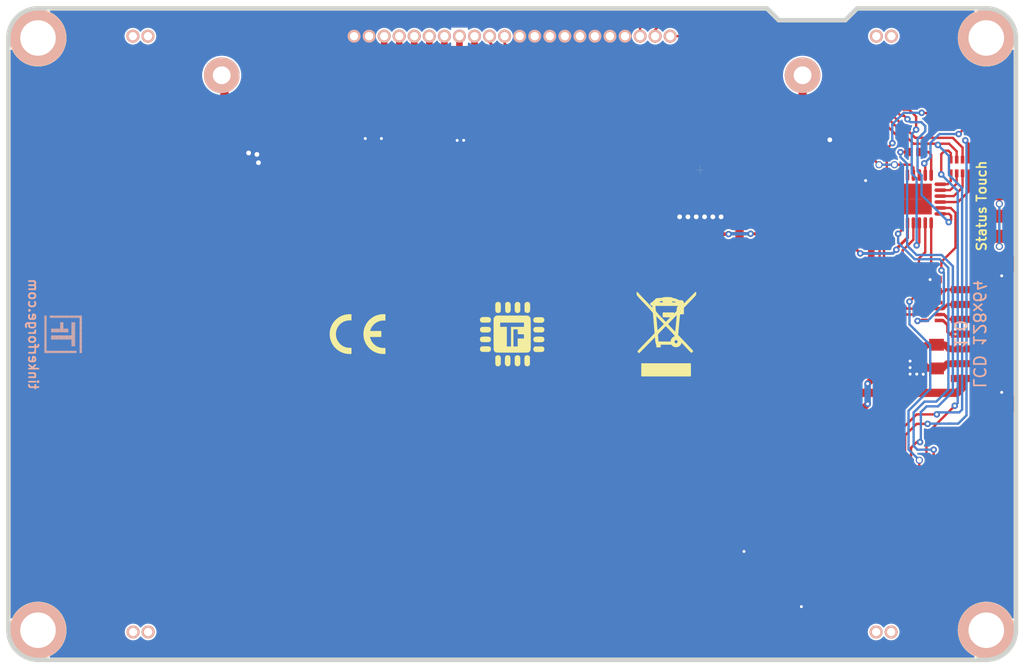
<source format=kicad_pcb>
(kicad_pcb (version 20221018) (generator pcbnew)
  (title_block (title "LCD 128x64 Bricklet") (date "2018-04-06") (rev "1.0") (company "Tinkerforge GmbH") (comment 1 "Licensed under CERN OHL v.1.1") (comment 2 "Copyright (©) 2018, L.Lauer <lukas@tinkerforge.com>"))
  (layers (0 "F.Cu" signal) (31 "B.Cu" signal) (34 "B.Paste" user) (35 "F.Paste" user) (36 "B.SilkS" user "B.Silkscreen") (37 "F.SilkS" user "F.Silkscreen") (38 "B.Mask" user) (39 "F.Mask" user) (44 "Edge.Cuts" user))
  (net 0 "")
  (net 1 "GND")
  (net 2 "Net-(C1-Pad1)")
  (net 3 "VCC")
  (net 4 "Net-(C7-Pad1)")
  (net 5 "Net-(C9-Pad1)")
  (net 6 "Net-(C9-Pad2)")
  (net 7 "Net-(C10-Pad1)")
  (net 8 "Net-(C10-Pad2)")
  (net 9 "Net-(D1-Pad2)")
  (net 10 "Net-(P1-Pad4)")
  (net 11 "Net-(P1-Pad5)")
  (net 12 "Net-(P1-Pad6)")
  (net 13 "Net-(P2-Pad1)")
  (net 14 "Net-(P3-Pad2)")
  (net 15 "Net-(P4-Pad2)")
  (net 16 "Net-(P4-Pad1)")
  (net 17 "Net-(P4-Pad3)")
  (net 18 "Net-(P4-Pad4)")
  (net 19 "SW-BACK")
  (net 20 "Net-(Q1-PadD)")
  (net 21 "Net-(R1-Pad1)")
  (net 22 "M-MISO")
  (net 23 "Net-(R7-Pad1)")
  (net 24 "S-MISO")
  (net 25 "S-MOSI")
  (net 26 "S-CLK")
  (net 27 "S-CS")
  (net 28 "M-CS-TS")
  (net 29 "M-CS-LCD")
  (net 30 "M-CLK")
  (net 31 "Net-(RP2-Pad5)")
  (net 32 "Net-(RP2-Pad6)")
  (net 33 "Net-(RP2-Pad7)")
  (net 34 "Net-(RP2-Pad8)")
  (net 35 "LCD-RST")
  (net 36 "TS-BUSY")
  (net 37 "PENIRQ")
  (net 38 "LCD-CD")
  (net 39 "M-MOSI")
  (net 40 "Net-(D2-Pad2)")
  (net 41 "Net-(R8-Pad1)")
  (net 42 "+5V")
  (net 43 "Net-(R9-Pad1)")
  (footprint "kicad-libraries:C0402F" (layer "F.Cu") (at 175.3 84.7 90)
    (fp_text reference "C1")
    (fp_text value "220pF")
  )
  (footprint "kicad-libraries:C0805" (layer "F.Cu") (at 175.2 90.7 -90)
    (fp_text reference "C2")
    (fp_text value "10uF")
  )
  (footprint "kicad-libraries:C0603F" (layer "F.Cu") (at 173.7 90.7 -90)
    (fp_text reference "C3")
    (fp_text value "1uF")
  )
  (footprint "kicad-libraries:C0603F" (layer "F.Cu") (at 169.95 76.59 -90)
    (fp_text reference "C4")
    (fp_text value "100n")
  )
  (footprint "kicad-libraries:C0603F" (layer "F.Cu") (at 159.7 106.4 90)
    (fp_text reference "C6")
    (fp_text value "100n")
  )
  (footprint "kicad-libraries:R0603F" (layer "F.Cu") (at 127.01 70.81 -90)
    (fp_text reference "C7")
    (fp_text value "0,33uF")
  )
  (footprint "kicad-libraries:3528-21" (layer "F.Cu") (at 155.28 76.34 -90)
    (fp_text reference "C8")
    (fp_text value "100µF/6.3V")
  )
  (footprint "kicad-libraries:C0603F" (layer "F.Cu") (at 130.53 70.01 180)
    (fp_text reference "C9")
    (fp_text value "2,2uF")
  )
  (footprint "kicad-libraries:C0603F" (layer "F.Cu") (at 133.61 70.82 90)
    (fp_text reference "C10")
    (fp_text value "2,2uF")
  )
  (footprint "kicad-libraries:C0805" (layer "F.Cu") (at 136.03 71.54)
    (fp_text reference "C12")
    (fp_text value "10uF")
  )
  (footprint "kicad-libraries:D0603E" (layer "F.Cu") (at 180.5 79.7 90)
    (fp_text reference "D1")
    (fp_text value "blue")
  )
  (footprint "kicad-libraries:CON-SENSOR2" (layer "F.Cu") (at 181.9 88.8 90)
    (fp_text reference "P1")
    (fp_text value "CON-SENSOR2")
  )
  (footprint "kicad-libraries:DEBUG_PAD" (layer "F.Cu") (at 172.34 84.17)
    (fp_text reference "P2")
    (fp_text value "Debug")
  )
  (footprint "kicad-libraries:SolderJumper" (layer "F.Cu") (at 167.3 72.4)
    (fp_text reference "P3")
    (fp_text value "BOOT")
  )
  (footprint "kicad-libraries:ER-CON04HB-2" (layer "F.Cu") (at 164.7 103.2 180)
    (fp_text reference "P4")
    (fp_text value "CON_4Wire_ER-TP028-1")
  )
  (footprint "kicad-libraries:SOT23GDS" (layer "F.Cu") (at 116.15 75.22 -90)
    (fp_text reference "Q1")
    (fp_text value "2N7002")
  )
  (footprint "kicad-libraries:R0603F" (layer "F.Cu") (at 179 72 -90)
    (fp_text reference "R1")
    (fp_text value "1k")
  )
  (footprint "kicad-libraries:R0603F" (layer "F.Cu") (at 128.37 70.81 -90)
    (fp_text reference "R6")
    (fp_text value "10M")
  )
  (footprint "kicad-libraries:R0402F" (layer "F.Cu") (at 173.28 73.43 180)
    (fp_text reference "R7")
    (fp_text value "82")
  )
  (footprint "kicad-libraries:4X0402" (layer "F.Cu") (at 174.8 86.9 90)
    (fp_text reference "RP1")
    (fp_text value "82")
  )
  (footprint "kicad-libraries:4X0402" (layer "F.Cu") (at 177.15 74.65 180)
    (fp_text reference "RP2")
    (fp_text value "82")
  )
  (footprint "kicad-libraries:QFN24-4x4mm-0.5mm" (layer "F.Cu") (at 173.5 77.4 -90)
    (fp_text reference "U1")
    (fp_text value "XMC130024")
  )
  (footprint "kicad-libraries:DRILL_NP" (layer "F.Cu") (at 99.4 63.8)
    (fp_text reference "U4" hide)
    (fp_text value "DRILL" hide)
  )
  (footprint "kicad-libraries:DRILL_NP" (layer "F.Cu") (at 179.4 63.8)
    (fp_text reference "U5" hide)
    (fp_text value "DRILL" hide)
  )
  (footprint "kicad-libraries:DRILL_NP" (layer "F.Cu") (at 99.4 113.8)
    (fp_text reference "U6" hide)
    (fp_text value "DRILL" hide)
  )
  (footprint "kicad-libraries:DRILL_NP" (layer "F.Cu") (at 179.4 113.8)
    (fp_text reference "U7" hide)
    (fp_text value "DRILL" hide)
  )
  (footprint "kicad-libraries:C0603F" (layer "F.Cu") (at 135.82 70.02)
    (fp_text reference "C11")
    (fp_text value "100n")
  )
  (footprint "kicad-libraries:D0603E" (layer "F.Cu") (at 180.5 76.1 90)
    (fp_text reference "D2")
    (fp_text value "green")
  )
  (footprint "kicad-libraries:R0603F" (layer "F.Cu") (at 180.5 72 -90)
    (fp_text reference "R8")
    (fp_text value "1k")
  )
  (footprint "kicad-libraries:C0805" (layer "F.Cu") (at 164.8 110.9)
    (fp_text reference "C5")
    (fp_text value "10uF")
  )
  (footprint "kicad-libraries:Fiducial_Mark" (layer "F.Cu") (at 178.4 68.8)
    (fp_text reference "Fiducial_Mark" hide)
    (fp_text value "VAL**" hide)
  )
  (footprint "kicad-libraries:Fiducial_Mark" (layer "F.Cu") (at 99.4 73.8)
    (fp_text reference "Fiducial_Mark" hide)
    (fp_text value "VAL**" hide)
  )
  (footprint "kicad-libraries:Fiducial_Mark" (layer "F.Cu") (at 102.4 108.8)
    (fp_text reference "Fiducial_Mark" hide)
    (fp_text value "VAL**" hide)
  )
  (footprint "kicad-libraries:Fiducial_Mark" (layer "F.Cu") (at 176.4 110.8)
    (fp_text reference "Fiducial_Mark" hide)
    (fp_text value "VAL**" hide)
  )
  (footprint "kicad-libraries:TSSOP16" (layer "F.Cu") (at 164.6 107.4 -90)
    (fp_text reference "U2")
    (fp_text value "TSC2046E")
  )
  (footprint "kicad-libraries:WEEE_7mm" (layer "F.Cu") (at 152.4 88.8)
    (fp_text reference "VAL" hide)
    (fp_text value "WEEE_7mm" hide)
  )
  (footprint "kicad-libraries:Logo_CoMCU" (layer "F.Cu") (at 139.4 88.8)
    (fp_text reference "G***" hide)
    (fp_text value "LOGO" hide)
  )
  (footprint "kicad-libraries:CE_5mm" (layer "F.Cu") (at 126.4 88.8)
    (fp_text reference "VAL" hide)
    (fp_text value "CE_5mm" hide)
  )
  (footprint "R1206" (layer "F.Cu") (at 156.74 72.44 180)
    (fp_text reference "R9")
    (fp_text value "27")
  )
  (footprint "kicad-libraries:ERC12864-655_128x64" (layer "B.Cu") (at 139.4 88.8 180)
    (fp_text reference "U3")
    (fp_text value "LCD-ERC12864")
  )
  (footprint "kicad-libraries:Logo_31x31" (layer "B.Cu") (at 103.1 90.4 90)
    (fp_text reference "G***" hide)
    (fp_text value "Logo_31x31" hide)
  )
  (gr_line (start 161.9 62.3) (end 167.5 62.3) (stroke (width 0.381)) (layer "Edge.Cuts"))
  (gr_line (start 96.9 63.8) (end 96.9 113.8) (stroke (width 0.381)) (layer "Edge.Cuts"))
  (gr_arc (start 179.4 61.3) (mid 181.167767 62.032233) (end 181.9 63.8) (stroke (width 0.381)) (layer "Edge.Cuts"))
  (gr_line (start 167.5 62.3) (end 168.5 61.3) (stroke (width 0.381)) (layer "Edge.Cuts"))
  (gr_arc (start 96.9 63.8) (mid 97.632233 62.032233) (end 99.4 61.3) (stroke (width 0.381)) (layer "Edge.Cuts"))
  (gr_line (start 168.5 61.3) (end 179.4 61.3) (stroke (width 0.381)) (layer "Edge.Cuts"))
  (gr_line (start 160.9 61.3) (end 99.4 61.3) (stroke (width 0.381)) (layer "Edge.Cuts"))
  (gr_line (start 161.9 62.3) (end 160.9 61.3) (stroke (width 0.381)) (layer "Edge.Cuts"))
  (gr_arc (start 181.9 113.8) (mid 181.167767 115.567767) (end 179.4 116.3) (stroke (width 0.381)) (layer "Edge.Cuts"))
  (gr_line (start 99.4 116.3) (end 179.4 116.3) (stroke (width 0.381)) (layer "Edge.Cuts"))
  (gr_arc (start 99.4 116.3) (mid 97.632233 115.567767) (end 96.9 113.8) (stroke (width 0.381)) (layer "Edge.Cuts"))
  (gr_line (start 181.9 113.8) (end 181.9 63.8) (stroke (width 0.381)) (layer "Edge.Cuts"))
  (gr_text "LCD 128x64\n1.0\n" (at 178 88.8 270) (layer "B.SilkS") (effects (font (size 1 1)) (justify mirror)))
  (gr_text "tinkerforge.com" (at 99 88.8 270) (layer "B.SilkS") (effects (font (size 0.8 0.8)) (justify mirror)))
  (gr_text "Touch" (at 179 75.9 90) (layer "F.SilkS") (effects (font (size 0.8 0.8))))
  (gr_text "Status" (at 179 79.9 90) (layer "F.SilkS") (effects (font (size 0.8 0.8))))
  (segment (start 159.7 107.9) (end 160.17282 108.37282) (width 0.25) (layer "F.Cu") (net 1))
  (segment (start 160.17282 108.37282) (end 161.62566 108.37282) (width 0.25) (layer "F.Cu") (net 1))
  (segment (start 163.07282 108.37282) (end 163.79924 109.09924) (width 0.25) (layer "F.Cu") (net 1))
  (segment (start 163.79924 109.09924) (end 163.79924 110.9) (width 0.25) (layer "F.Cu") (net 1))
  (segment (start 163.79924 111.80924) (end 163.8 111.81) (width 0.55) (layer "F.Cu") (net 1))
  (segment (start 176.1 91.3) (end 175.69924 91.70076) (width 0.55) (layer "F.Cu") (net 1))
  (segment (start 175.69924 91.70076) (end 175.2 91.70076) (width 0.55) (layer "F.Cu") (net 1))
  (segment (start 174.50076 91.70076) (end 174.25 91.45) (width 0.55) (layer "F.Cu") (net 1))
  (segment (start 174.25 91.45) (end 173.7 91.45) (width 0.55) (layer "F.Cu") (net 1))
  (segment (start 174.08 92.19) (end 173.7 91.81) (width 0.55) (layer "F.Cu") (net 1))
  (segment (start 173.7 92.01) (end 173.53 92.18) (width 0.55) (layer "F.Cu") (net 1))
  (segment (start 172.97 92.18) (end 173.7 91.45) (width 0.55) (layer "F.Cu") (net 1))
  (segment (start 173.15 91.45) (end 172.97 91.63) (width 0.55) (layer "F.Cu") (net 1))
  (segment (start 172.97 91.08) (end 173.34 91.45) (width 0.55) (layer "F.Cu") (net 1))
  (segment (start 174.07 92.18) (end 174.08 92.19) (width 0.55) (layer "F.Cu") (net 1))
  (segment (start 171 77.15) (end 170.67 76.82) (width 0.2) (layer "F.Cu") (net 1))
  (segment (start 170.67 76.82) (end 170.67 76.16) (width 0.2) (layer "F.Cu") (net 1))
  (segment (start 170.67 76.16) (end 170.35 75.84) (width 0.2) (layer "F.Cu") (net 1))
  (segment (start 170.35 75.84) (end 169.95 75.84) (width 0.2) (layer "F.Cu") (net 1))
  (segment (start 154.93 78.9) (end 155.28 78.55) (width 0.7) (layer "F.Cu") (net 1))
  (segment (start 155.28 77.85) (end 154.23 78.9) (width 0.7) (layer "F.Cu") (net 1))
  (segment (start 153.53 78.9) (end 154.68952 77.74048) (width 0.7) (layer "F.Cu") (net 1))
  (segment (start 155.63 78.9) (end 155.28 78.55) (width 0.7) (layer "F.Cu") (net 1))
  (segment (start 155.28 77.85) (end 156.33 78.9) (width 0.7) (layer "F.Cu") (net 1))
  (segment (start 157.03 78.9) (end 155.87048 77.74048) (width 0.7) (layer "F.Cu") (net 1))
  (segment (start 117.999 74.331) (end 118 74.33) (width 0.7) (layer "F.Cu") (net 1))
  (segment (start 117.166 73.514) (end 117.17 73.51) (width 0.7) (layer "F.Cu") (net 1))
  (segment (start 117.169 74.331) (end 117.87 73.63) (width 0.7) (layer "F.Cu") (net 1))
  (segment (start 172.45 77.15) (end 172.85 76.75) (width 0.2) (layer "F.Cu") (net 1))
  (segment (start 174.15 76.75) (end 174.15 78.05) (width 0.2) (layer "F.Cu") (net 1))
  (segment (start 172.85 78.05) (end 172.85 76.75) (width 0.2) (layer "F.Cu") (net 1))
  (segment (start 134.955 69.845) (end 135.13 70.02) (width 0.55) (layer "F.Cu") (net 1))
  (segment (start 135.07 71.49924) (end 135.02924 71.54) (width 0.55) (layer "F.Cu") (net 1))
  (segment (start 135.02924 72.18076) (end 134.76 72.45) (width 0.55) (layer "F.Cu") (net 1))
  (segment (start 135.31 72.44) (end 135.02924 72.15924) (width 0.55) (layer "F.Cu") (net 1))
  (segment (start 135.3 72.45) (end 135.31 72.44) (width 0.55) (layer "F.Cu") (net 1))
  (segment (start 166.85 71.85) (end 166.8 71.9) (width 0.2) (layer "F.Cu") (net 1))
  (segment (start 166.8 71.9) (end 166.8 72.4) (width 0.2) (layer "F.Cu") (net 1))
  (segment (start 166.8 72.9) (end 166.9 73) (width 0.2) (layer "F.Cu") (net 1))
  (segment (start 166.9 73) (end 167.1 73) (width 0.2) (layer "F.Cu") (net 1))
  (segment (start 167.1 73) (end 167.075 72.95) (width 0.2) (layer "F.Cu") (net 1))
  (segment (start 180.7 82.9) (end 180.7 83.88) (width 0.55) (layer "F.Cu") (net 1))
  (segment (start 173.7 91.45) (end 173.15 91.45) (width 0.55) (layer "F.Cu") (net 1))
  (segment (start 173.7 91.45) (end 173.7 92.01) (width 0.55) (layer "F.Cu") (net 1))
  (segment (start 175.3 84.2) (end 174.660002 84.2) (width 0.55) (layer "F.Cu") (net 1))
  (segment (start 161.62566 108.37282) (end 163.07282 108.37282) (width 0.25) (layer "F.Cu") (net 1))
  (segment (start 128.37 71.56) (end 128.37 72.29) (width 0.55) (layer "F.Cu") (net 1))
  (segment (start 169.95 75.84) (end 169.22 75.84) (width 0.55) (layer "F.Cu") (net 1))
  (segment (start 172.97 92.18) (end 172.97 91.63) (width 0.55) (layer "F.Cu") (net 1))
  (segment (start 134.76 72.45) (end 135.3 72.45) (width 0.55) (layer "F.Cu") (net 1))
  (segment (start 117.166 74.331) (end 117.169 74.331) (width 0.7) (layer "F.Cu") (net 1))
  (segment (start 173.53 92.18) (end 174.07 92.18) (width 0.55) (layer "F.Cu") (net 1))
  (segment (start 155.28 77.74048) (end 155.28 77.85) (width 0.7) (layer "F.Cu") (net 1))
  (segment (start 155.28 77.74048) (end 154.68952 77.74048) (width 0.7) (layer "F.Cu") (net 1))
  (segment (start 135.02924 71.54) (end 135.02924 72.18076) (width 0.55) (layer "F.Cu") (net 1))
  (segment (start 175.2 91.70076) (end 174.50076 91.70076) (width 0.55) (layer "F.Cu") (net 1))
  (segment (start 117.166 74.331) (end 117.166 73.514) (width 0.7) (layer "F.Cu") (net 1))
  (segment (start 156.33 78.9) (end 155.63 78.9) (width 0.7) (layer "F.Cu") (net 1))
  (segment (start 154.23 78.9) (end 154.93 78.9) (width 0.7) (layer "F.Cu") (net 1))
  (segment (start 172.85 78.05) (end 174.15 78.05) (width 0.2) (layer "F.Cu") (net 1))
  (segment (start 166.8 72.4) (end 166.2 72.4) (width 0.3) (layer "F.Cu") (net 1))
  (segment (start 153.53 78.9) (end 154.23 78.9) (width 0.7) (layer "F.Cu") (net 1))
  (segment (start 163.79924 110.9) (end 163.79924 111.80924) (width 0.55) (layer "F.Cu") (net 1))
  (segment (start 155.28 77.74048) (end 155.28 78.55) (width 0.7) (layer "F.Cu") (net 1))
  (segment (start 154.93 78.9) (end 157.03 78.9) (width 0.7) (layer "F.Cu") (net 1))
  (segment (start 173.53 92.18) (end 172.97 92.18) (width 0.55) (layer "F.Cu") (net 1))
  (segment (start 172.85 76.75) (end 174.15 76.75) (width 0.2) (layer "F.Cu") (net 1))
  (segment (start 167.075 71.85) (end 166.85 71.85) (width 0.2) (layer "F.Cu") (net 1))
  (segment (start 117.999 74.331) (end 117.166 74.331) (width 0.7) (layer "F.Cu") (net 1))
  (segment (start 171.475 77.15) (end 172.45 77.15) (width 0.2) (layer "F.Cu") (net 1))
  (segment (start 171.475 77.15) (end 171 77.15) (width 0.2) (layer "F.Cu") (net 1))
  (segment (start 159.7 107.15) (end 158.96 107.15) (width 0.55) (layer "F.Cu") (net 1))
  (segment (start 177.3 91.3) (end 176.1 91.3) (width 0.55) (layer "F.Cu") (net 1))
  (segment (start 180.7 94.7) (end 180.7 93.72) (width 0.55) (layer "F.Cu") (net 1))
  (segment (start 134.955 63.65) (end 134.955 69.845) (width 0.55) (layer "F.Cu") (net 1))
  (segment (start 159.7 107.15) (end 159.7 107.9) (width 0.25) (layer "F.Cu") (net 1))
  (segment (start 173.7 91.45) (end 173.7 91.81) (width 0.55) (layer "F.Cu") (net 1))
  (segment (start 155.28 77.74048) (end 155.87048 77.74048) (width 0.7) (layer "F.Cu") (net 1))
  (segment (start 172.97 91.08) (end 172.97 91.63) (width 0.55) (layer "F.Cu") (net 1))
  (segment (start 127.01 71.56) (end 127.01 72.29) (width 0.55) (layer "F.Cu") (net 1))
  (segment (start 166.8 72.4) (end 166.8 72.9) (width 0.2) (layer "F.Cu") (net 1))
  (segment (start 135.07 70.02) (end 135.07 71.49924) (width 0.55) (layer "F.Cu") (net 1))
  (via (at 174.660002 84.2) (size 0.55) (drill 0.25) (layers "F.Cu" "B.Cu") (net 1))
  (via (at 135.31 72.44) (size 0.55) (drill 0.25) (layers "F.Cu" "B.Cu") (net 1))
  (via (at 172.97 92.18) (size 0.55) (drill 0.25) (layers "F.Cu" "B.Cu") (net 1))
  (via (at 128.37 72.29) (size 0.55) (drill 0.25) (layers "F.Cu" "B.Cu") (net 1))
  (via (at 153.53 78.9) (size 0.7) (drill 0.4) (layers "F.Cu" "B.Cu") (net 1))
  (via (at 117.87 73.63) (size 0.7) (drill 0.4) (layers "F.Cu" "B.Cu") (net 1))
  (via (at 163.8 111.81) (size 0.55) (drill 0.25) (layers "F.Cu" "B.Cu") (net 1))
  (via (at 169.22 75.84) (size 0.55) (drill 0.25) (layers "F.Cu" "B.Cu") (net 1))
  (via (at 156.33 78.9) (size 0.7) (drill 0.4) (layers "F.Cu" "B.Cu") (net 1))
  (via (at 154.93 78.9) (size 0.7) (drill 0.4) (layers "F.Cu" "B.Cu") (net 1))
  (via (at 173.53 92.18) (size 0.55) (drill 0.25) (layers "F.Cu" "B.Cu") (net 1))
  (via (at 180.7 93.72) (size 0.55) (drill 0.25) (layers "F.Cu" "B.Cu") (net 1))
  (via (at 172.97 91.08) (size 0.55) (drill 0.25) (layers "F.Cu" "B.Cu") (net 1))
  (via (at 174.08 92.19) (size 0.55) (drill 0.25) (layers "F.Cu" "B.Cu") (net 1))
  (via (at 172.97 91.63) (size 0.55) (drill 0.25) (layers "F.Cu" "B.Cu") (net 1))
  (via (at 157.03 78.9) (size 0.7) (drill 0.4) (layers "F.Cu" "B.Cu") (net 1))
  (via (at 166.2 72.4) (size 0.6) (drill 0.4) (layers "F.Cu" "B.Cu") (net 1))
  (via (at 127.01 72.29) (size 0.55) (drill 0.25) (layers "F.Cu" "B.Cu") (net 1))
  (via (at 158.96 107.15) (size 0.55) (drill 0.25) (layers "F.Cu" "B.Cu") (net 1))
  (via (at 134.76 72.45) (size 0.55) (drill 0.25) (layers "F.Cu" "B.Cu") (net 1))
  (via (at 154.23 78.9) (size 0.7) (drill 0.4) (layers "F.Cu" "B.Cu") (net 1))
  (via (at 118 74.33) (size 0.7) (drill 0.4) (layers "F.Cu" "B.Cu") (net 1))
  (via (at 155.63 78.9) (size 0.7) (drill 0.4) (layers "F.Cu" "B.Cu") (net 1))
  (via (at 180.7 83.88) (size 0.55) (drill 0.25) (layers "F.Cu" "B.Cu") (net 1))
  (via (at 117.17 73.51) (size 0.7) (drill 0.4) (layers "F.Cu" "B.Cu") (net 1))
  (segment (start 174.660002 84.2) (end 174.64 84.2) (width 0.55) (layer "B.Cu") (net 1))
  (segment (start 176.01 85.05) (end 175.86 85.2) (width 0.25) (layer "F.Cu") (net 2))
  (segment (start 175.86 85.2) (end 175.3 85.2) (width 0.25) (layer "F.Cu") (net 2))
  (segment (start 175.375 85.275) (end 175.3 85.2) (width 0.25) (layer "F.Cu") (net 2))
  (segment (start 175.375 86.1507) (end 175.375 85.275) (width 0.25) (layer "F.Cu") (net 2))
  (segment (start 177.3 85.05) (end 176.01 85.05) (width 0.25) (layer "F.Cu") (net 2))
  (segment (start 160.5733 105.1267) (end 160.05 105.65) (width 0.25) (layer "F.Cu") (net 3))
  (segment (start 160.05 105.65) (end 159.7 105.65) (width 0.25) (layer "F.Cu") (net 3))
  (segment (start 165.80076 109.59924) (end 166.37694 109.02306) (width 0.25) (layer "F.Cu") (net 3))
  (segment (start 166.37694 109.02306) (end 167.57434 109.02306) (width 0.25) (layer "F.Cu") (net 3))
  (segment (start 176.25 90.05) (end 175.89924 89.69924) (width 0.55) (layer "F.Cu") (net 3))
  (segment (start 175.89924 89.69924) (end 175.2 89.69924) (width 0.55) (layer "F.Cu") (net 3))
  (segment (start 174.15 89.95) (end 174.40076 89.69924) (width 0.55) (layer "F.Cu") (net 3))
  (segment (start 174.40076 89.69924) (end 175.2 89.69924) (width 0.55) (layer "F.Cu") (net 3))
  (segment (start 170.83 77.65) (end 170.52 77.34) (width 0.2) (layer "F.Cu") (net 3))
  (segment (start 170.52 77.34) (end 170 77.34) (width 0.2) (layer "F.Cu") (net 3))
  (segment (start 169.89 77.4) (end 169.95 77.34) (width 0.3) (layer "F.Cu") (net 3))
  (segment (start 161.44 77.34) (end 158.09 73.99) (width 0.55) (layer "F.Cu") (net 3))
  (segment (start 158.09 73.99) (end 157.44 73.99) (width 0.55) (layer "F.Cu") (net 3))
  (segment (start 157.44 73.99) (end 156.86 73.41) (width 0.55) (layer "F.Cu") (net 3))
  (segment (start 156.86 73.41) (end 156.86 70.94) (width 0.55) (layer "F.Cu") (net 3))
  (segment (start 156.86 70.94) (end 156.45 70.53) (width 0.55) (layer "F.Cu") (net 3))
  (segment (start 156.45 70.53) (end 140.01 70.53) (width 0.55) (layer "F.Cu") (net 3))
  (segment (start 140.01 70.53) (end 138.87 71.67) (width 0.55) (layer "F.Cu") (net 3))
  (segment (start 138.87 71.67) (end 137.08 71.67) (width 0.55) (layer "F.Cu") (net 3))
  (segment (start 136.225 68.465) (end 136.57 68.81) (width 0.55) (layer "F.Cu") (net 3))
  (segment (start 136.57 68.81) (end 136.57 70.02) (width 0.55) (layer "F.Cu") (net 3))
  (segment (start 137.03076 70.96076) (end 136.57 70.5) (width 0.55) (layer "F.Cu") (net 3))
  (segment (start 136.57 70.5) (end 136.57 70.02) (width 0.55) (layer "F.Cu") (net 3))
  (segment (start 172.47 89.95) (end 173.7 89.95) (width 0.55) (layer "F.Cu") (net 3))
  (segment (start 172.445 89.925) (end 172.47 89.95) (width 0.55) (layer "F.Cu") (net 3))
  (segment (start 171.69 90.68) (end 171.69 90.684998) (width 0.55) (layer "F.Cu") (net 3))
  (segment (start 171.69 90.684998) (end 169.39 92.984998) (width 0.55) (layer "F.Cu") (net 3))
  (segment (start 158.23 97.91) (end 158.23 103.03) (width 0.55) (layer "F.Cu") (net 3))
  (segment (start 158.23 103.05) (end 159.7 104.52) (width 0.55) (layer "F.Cu") (net 3))
  (segment (start 159.7 105.65) (end 159.7 104.52) (width 0.55) (layer "F.Cu") (net 3))
  (segment (start 158.66 105.65) (end 158.15 106.16) (width 0.55) (layer "F.Cu") (net 3))
  (segment (start 158.15 106.16) (end 158.15 108.6) (width 0.55) (layer "F.Cu") (net 3))
  (segment (start 158.15 108.6) (end 158.48 108.93) (width 0.55) (layer "F.Cu") (net 3))
  (segment (start 162.35 112.8) (end 165 112.8) (width 0.55) (layer "F.Cu") (net 3))
  (segment (start 165 112.8) (end 165.80076 111.99924) (width 0.55) (layer "F.Cu") (net 3))
  (segment (start 165.80076 111.99924) (end 165.80076 110.9) (width 0.55) (layer "F.Cu") (net 3))
  (segment (start 158.58306 109.02306) (end 158.48 108.92) (width 0.3) (layer "F.Cu") (net 3))
  (segment (start 158.48 108.92) (end 158.48 108.93) (width 0.3) (layer "F.Cu") (net 3))
  (segment (start 158.48 108.93) (end 162.35 112.8) (width 0.55) (layer "F.Cu") (net 3))
  (segment (start 178.45 90.05) (end 179 89.5) (width 0.25) (layer "F.Cu") (net 3))
  (segment (start 172.45 89.95) (end 169.7 87.2) (width 0.55) (layer "F.Cu") (net 3))
  (segment (start 169.7 87.2) (end 169.7 79.4) (width 0.55) (layer "F.Cu") (net 3))
  (segment (start 169.7 79.4) (end 168.6 78.3) (width 0.55) (layer "F.Cu") (net 3))
  (segment (start 168.6 78.3) (end 168.6 77.34) (width 0.55) (layer "F.Cu") (net 3))
  (segment (start 168.6 77.34) (end 161.44 77.34) (width 0.55) (layer "F.Cu") (net 3))
  (segment (start 159.91 96.15) (end 167.94 96.15) (width 0.55) (layer "F.Cu") (net 3))
  (segment (start 167.94 96.15) (end 169.39 94.7) (width 0.55) (layer "F.Cu") (net 3))
  (segment (start 179 82.0501) (end 179 89.5) (width 0.25) (layer "F.Cu") (net 3))
  (segment (start 180.5 81.4) (end 180.5 80.5501) (width 0.2) (layer "F.Cu") (net 3))
  (segment (start 158.23 103.03) (end 158.23 103.05) (width 0.55) (layer "F.Cu") (net 3))
  (segment (start 173.7 89.95) (end 172.45 89.95) (width 0.55) (layer "F.Cu") (net 3))
  (segment (start 161.62566 109.02306) (end 158.58306 109.02306) (width 0.3) (layer "F.Cu") (net 3))
  (segment (start 177.3 90.05) (end 178.45 90.05) (width 0.25) (layer "F.Cu") (net 3))
  (segment (start 136.225 63.65) (end 136.225 68.465) (width 0.55) (layer "F.Cu") (net 3))
  (segment (start 172.445 89.925) (end 171.69 90.68) (width 0.55) (layer "F.Cu") (net 3))
  (segment (start 161.62566 105.1267) (end 160.5733 105.1267) (width 0.25) (layer "F.Cu") (net 3))
  (segment (start 180.5 80.5501) (end 179 82.0501) (width 0.25) (layer "F.Cu") (net 3))
  (segment (start 137.03076 71.54) (end 137.03076 70.96076) (width 0.55) (layer "F.Cu") (net 3))
  (segment (start 169.95 77.34) (end 168.6 77.34) (width 0.55) (layer "F.Cu") (net 3))
  (segment (start 159.7 105.65) (end 158.66 105.65) (width 0.55) (layer "F.Cu") (net 3))
  (segment (start 165.80076 110.9) (end 165.80076 109.59924) (width 0.25) (layer "F.Cu") (net 3))
  (segment (start 158.23 97.83) (end 159.91 96.15) (width 0.55) (layer "F.Cu") (net 3))
  (segment (start 158.23 97.91) (end 158.23 97.83) (width 0.55) (layer "F.Cu") (net 3))
  (segment (start 173.7 89.95) (end 172.47 89.95) (width 0.3) (layer "F.Cu") (net 3))
  (segment (start 171.475 77.65) (end 170.83 77.65) (width 0.2) (layer "F.Cu") (net 3))
  (segment (start 180.5 76.9501) (end 180.5 77.8) (width 0.2) (layer "F.Cu") (net 3))
  (segment (start 173.7 89.95) (end 174.15 89.95) (width 0.55) (layer "F.Cu") (net 3))
  (segment (start 177.3 90.05) (end 176.25 90.05) (width 0.55) (layer "F.Cu") (net 3))
  (via (at 180.5 81.4) (size 0.6) (drill 0.4) (layers "F.Cu" "B.Cu") (net 3))
  (via (at 169.39 94.7) (size 0.55) (drill 0.25) (layers "F.Cu" "B.Cu") (net 3))
  (via (at 180.5 77.8) (size 0.6) (drill 0.4) (layers "F.Cu" "B.Cu") (net 3))
  (via (at 169.39 92.984998) (size 0.55) (drill 0.25) (layers "F.Cu" "B.Cu") (net 3))
  (segment (start 169.39 92.984998) (end 169.39 93.07) (width 0.55) (layer "B.Cu") (net 3))
  (segment (start 169.39 93.07) (end 169.39 94.7) (width 0.55) (layer "B.Cu") (net 3))
  (segment (start 180.5 77.8) (end 180.5 81.4) (width 0.2) (layer "B.Cu") (net 3))
  (segment (start 127.01 68.86) (end 128.605 67.265) (width 0.55) (layer "F.Cu") (net 4))
  (segment (start 128.605 67.265) (end 128.605 67.22) (width 0.55) (layer "F.Cu") (net 4))
  (segment (start 128.605 67.22) (end 128.605 63.65) (width 0.55) (layer "F.Cu") (net 4))
  (segment (start 128.605 68.565) (end 128.37 68.8) (width 0.55) (layer "F.Cu") (net 4))
  (segment (start 128.37 68.8) (end 128.37 70.06) (width 0.55) (layer "F.Cu") (net 4))
  (segment (start 127.01 70.06) (end 127.01 68.86) (width 0.55) (layer "F.Cu") (net 4))
  (segment (start 128.605 67.22) (end 128.605 68.565) (width 0.55) (layer "F.Cu") (net 4))
  (segment (start 131.145 69.875) (end 131.28 70.01) (width 0.55) (layer "F.Cu") (net 5))
  (segment (start 131.145 63.65) (end 131.145 69.875) (width 0.55) (layer "F.Cu") (net 5))
  (segment (start 129.875 69.915) (end 129.78 70.01) (width 0.55) (layer "F.Cu") (net 6))
  (segment (start 129.875 63.65) (end 129.875 69.915) (width 0.55) (layer "F.Cu") (net 6))
  (segment (start 132.415 70.975) (end 133.01 71.57) (width 0.55) (layer "F.Cu") (net 7))
  (segment (start 133.01 71.57) (end 133.61 71.57) (width 0.55) (layer "F.Cu") (net 7))
  (segment (start 132.415 63.65) (end 132.415 70.975) (width 0.55) (layer "F.Cu") (net 7))
  (segment (start 133.685 69.995) (end 133.61 70.07) (width 0.55) (layer "F.Cu") (net 8))
  (segment (start 133.685 63.65) (end 133.685 69.995) (width 0.55) (layer "F.Cu") (net 8))
  (segment (start 179 78) (end 179.8499 78.8499) (width 0.2) (layer "F.Cu") (net 9))
  (segment (start 179.8499 78.8499) (end 180.5 78.8499) (width 0.2) (layer "F.Cu") (net 9))
  (segment (start 179 72.75) (end 179 78) (width 0.2) (layer "F.Cu") (net 9))
  (segment (start 175.7493 87.6493) (end 176.14 88.04) (width 0.25) (layer "F.Cu") (net 10))
  (segment (start 176.14 88.04) (end 176.14 88.61) (width 0.25) (layer "F.Cu") (net 10))
  (segment (start 176.14 88.61) (end 176.33 88.8) (width 0.25) (layer "F.Cu") (net 10))
  (segment (start 176.33 88.8) (end 177.3 88.8) (width 0.25) (layer "F.Cu") (net 10))
  (segment (start 175.375 87.6493) (end 175.7493 87.6493) (width 0.25) (layer "F.Cu") (net 10))
  (segment (start 175.82892 87.14892) (end 176.23 87.55) (width 0.25) (layer "F.Cu") (net 11))
  (segment (start 176.23 87.55) (end 177.3 87.55) (width 0.25) (layer "F.Cu") (net 11))
  (segment (start 175.375 87.14892) (end 175.82892 87.14892) (width 0.25) (layer "F.Cu") (net 11))
  (segment (start 175.77892 86.65108) (end 176.13 86.3) (width 0.25) (layer "F.Cu") (net 12))
  (segment (start 176.13 86.3) (end 177.3 86.3) (width 0.25) (layer "F.Cu") (net 12))
  (segment (start 175.375 86.65108) (end 175.77892 86.65108) (width 0.25) (layer "F.Cu") (net 12))
  (segment (start 173.25 80.83) (end 172.34 81.74) (width 0.2) (layer "F.Cu") (net 13))
  (segment (start 172.34 81.74) (end 172.34 84.17) (width 0.2) (layer "F.Cu") (net 13))
  (segment (start 173.25 79.425) (end 173.25 80.83) (width 0.2) (layer "F.Cu") (net 13))
  (segment (start 173.25 74.75) (end 173 74.5) (width 0.2) (layer "F.Cu") (net 14))
  (segment (start 173 74.5) (end 171.65 74.5) (width 0.2) (layer "F.Cu") (net 14))
  (segment (start 170.35 74.5) (end 168.25 72.4) (width 0.2) (layer "F.Cu") (net 14))
  (segment (start 168.25 72.4) (end 167.85 72.4) (width 0.2) (layer "F.Cu") (net 14))
  (segment (start 173.25 75.375) (end 173.25 74.75) (width 0.2) (layer "F.Cu") (net 14))
  (segment (start 167.45 72.4) (end 167.85 72.4) (width 0.2) (layer "F.Cu") (net 14))
  (via (at 171.65 74.5) (size 0.6) (drill 0.4) (layers "F.Cu" "B.Cu") (net 14))
  (via (at 170.35 74.5) (size 0.6) (drill 0.4) (layers "F.Cu" "B.Cu") (net 14))
  (segment (start 171.65 74.5) (end 170.35 74.5) (width 0.2) (layer "B.Cu") (net 14))
  (segment (start 164.2 105.2) (end 162.97282 106.42718) (width 0.25) (layer "F.Cu") (net 15))
  (segment (start 162.97282 106.42718) (end 161.62566 106.42718) (width 0.25) (layer "F.Cu") (net 15))
  (segment (start 164.2 103.2) (end 164.2 105.2) (width 0.25) (layer "F.Cu") (net 15))
  (segment (start 163.2 105.3) (end 162.72306 105.77694) (width 0.25) (layer "F.Cu") (net 16))
  (segment (start 162.72306 105.77694) (end 161.62566 105.77694) (width 0.25) (layer "F.Cu") (net 16))
  (segment (start 163.2 103.2) (end 163.2 105.3) (width 0.25) (layer "F.Cu") (net 16))
  (segment (start 165.2 105.2) (end 163.32258 107.07742) (width 0.25) (layer "F.Cu") (net 17))
  (segment (start 163.32258 107.07742) (end 161.62566 107.07742) (width 0.25) (layer "F.Cu") (net 17))
  (segment (start 165.2 103.2) (end 165.2 105.2) (width 0.25) (layer "F.Cu") (net 17))
  (segment (start 166.2 105.1) (end 163.57742 107.72258) (width 0.25) (layer "F.Cu") (net 18))
  (segment (start 163.57742 107.72258) (end 161.62566 107.72258) (width 0.25) (layer "F.Cu") (net 18))
  (segment (start 166.2 103.2) (end 166.2 105.1) (width 0.25) (layer "F.Cu") (net 18))
  (segment (start 148.809 76.109) (end 153.06 80.36) (width 0.3) (layer "F.Cu") (net 19))
  (segment (start 153.06 80.36) (end 157.66 80.36) (width 0.3) (layer "F.Cu") (net 19))
  (segment (start 167.92 81.14) (end 168.77 81.99) (width 0.25) (layer "F.Cu") (net 19))
  (segment (start 167.11 80.33) (end 167.92 81.14) (width 0.25) (layer "F.Cu") (net 19))
  (segment (start 171.81 81.61) (end 172.75 80.67) (width 0.25) (layer "F.Cu") (net 19))
  (segment (start 172.75 80.67) (end 172.75 79.425) (width 0.25) (layer "F.Cu") (net 19))
  (segment (start 171.81 81.68) (end 171.81 81.61) (width 0.25) (layer "F.Cu") (net 19))
  (segment (start 117.166 76.109) (end 148.809 76.109) (width 0.3) (layer "F.Cu") (net 19))
  (segment (start 159.52 80.33) (end 167.11 80.33) (width 0.25) (layer "F.Cu") (net 19))
  (via (at 171.81 81.68) (size 0.55) (drill 0.25) (layers "F.Cu" "B.Cu") (net 19))
  (via (at 159.52 80.33) (size 0.55) (drill 0.25) (layers "F.Cu" "B.Cu") (net 19))
  (via (at 168.77 81.99) (size 0.55) (drill 0.25) (layers "F.Cu" "B.Cu") (net 19))
  (via (at 157.66 80.36) (size 0.55) (drill 0.25) (layers "F.Cu" "B.Cu") (net 19))
  (segment (start 157.66 80.36) (end 157.69 80.33) (width 0.3) (layer "B.Cu") (net 19))
  (segment (start 157.69 80.33) (end 159.52 80.33) (width 0.3) (layer "B.Cu") (net 19))
  (segment (start 168.77 81.99) (end 171.52 81.99) (width 0.25) (layer "B.Cu") (net 19))
  (segment (start 171.52 81.99) (end 171.81 81.7) (width 0.25) (layer "B.Cu") (net 19))
  (segment (start 171.81 81.7) (end 171.81 81.68) (width 0.3) (layer "B.Cu") (net 19))
  (segment (start 114.92 66.97) (end 114.9 66.95) (width 0.7) (layer "F.Cu") (net 20))
  (segment (start 115.134 67.184) (end 114.9 66.95) (width 0.7) (layer "F.Cu") (net 20))
  (segment (start 115.134 75.22) (end 115.134 67.184) (width 0.7) (layer "F.Cu") (net 20))
  (segment (start 174.25 74.47) (end 174.17 74.39) (width 0.2) (layer "F.Cu") (net 21))
  (segment (start 177.07 71.91) (end 177.73 71.25) (width 0.2) (layer "F.Cu") (net 21))
  (segment (start 177.73 71.25) (end 179.01 71.25) (width 0.2) (layer "F.Cu") (net 21))
  (segment (start 174.25 75.375) (end 174.25 74.47) (width 0.2) (layer "F.Cu") (net 21))
  (via (at 177.07 71.91) (size 0.55) (drill 0.25) (layers "F.Cu" "B.Cu") (net 21))
  (via (at 174.17 74.39) (size 0.55) (drill 0.25) (layers "F.Cu" "B.Cu") (net 21))
  (segment (start 174.17 74.39) (end 174.69 73.87) (width 0.2) (layer "B.Cu") (net 21))
  (segment (start 174.69 73.87) (end 174.69 72.66) (width 0.2) (layer "B.Cu") (net 21))
  (segment (start 174.69 72.66) (end 175.44 71.91) (width 0.2) (layer "B.Cu") (net 21))
  (segment (start 175.44 71.91) (end 177.07 71.91) (width 0.2) (layer "B.Cu") (net 21))
  (segment (start 176.4007 73.5107) (end 176.21 73.32) (width 0.2) (layer "F.Cu") (net 22))
  (segment (start 176.21 73.32) (end 175.89 73.32) (width 0.2) (layer "F.Cu") (net 22))
  (segment (start 175.89 73.32) (end 175.6 73.61) (width 0.2) (layer "F.Cu") (net 22))
  (segment (start 175.6 73.61) (end 175.6 75.32) (width 0.2) (layer "F.Cu") (net 22))
  (segment (start 176.74 94.85) (end 174.35 97.24) (width 0.2) (layer "F.Cu") (net 22))
  (segment (start 174.35 104.15) (end 170.77742 107.72258) (width 0.2) (layer "F.Cu") (net 22))
  (segment (start 170.77742 107.72258) (end 167.57434 107.72258) (width 0.2) (layer "F.Cu") (net 22))
  (segment (start 176.4007 74.075) (end 176.4007 73.5107) (width 0.2) (layer "F.Cu") (net 22))
  (segment (start 174.35 97.24) (end 174.35 104.15) (width 0.2) (layer "F.Cu") (net 22))
  (via (at 175.6 75.32) (size 0.55) (drill 0.25) (layers "F.Cu" "B.Cu") (net 22))
  (via (at 176.74 94.85) (size 0.55) (drill 0.25) (layers "F.Cu" "B.Cu") (net 22))
  (segment (start 175.6 75.32) (end 176.99 76.71) (width 0.2) (layer "B.Cu") (net 22))
  (segment (start 176.99 76.71) (end 176.99 94.6) (width 0.2) (layer "B.Cu") (net 22))
  (segment (start 176.99 94.6) (end 176.74 94.85) (width 0.2) (layer "B.Cu") (net 22))
  (segment (start 174.51 73.43) (end 174.75 73.67) (width 0.2) (layer "F.Cu") (net 23))
  (segment (start 174.75 73.67) (end 174.75 75.375) (width 0.2) (layer "F.Cu") (net 23))
  (segment (start 173.78 73.43) (end 174.51 73.43) (width 0.2) (layer "F.Cu") (net 23))
  (segment (start 174.135 83.735) (end 174.75 83.12) (width 0.2) (layer "F.Cu") (net 24))
  (segment (start 174.75 83.12) (end 174.75 79.425) (width 0.2) (layer "F.Cu") (net 24))
  (segment (start 174.135 86.1307) (end 174.135 83.735) (width 0.2) (layer "F.Cu") (net 24))
  (segment (start 172.71108 86.65108) (end 170.77 84.71) (width 0.2) (layer "F.Cu") (net 25))
  (segment (start 170.77 84.71) (end 170.77 78.82) (width 0.2) (layer "F.Cu") (net 25))
  (segment (start 170.77 78.82) (end 170.94 78.65) (width 0.2) (layer "F.Cu") (net 25))
  (segment (start 170.94 78.65) (end 171.475 78.65) (width 0.2) (layer "F.Cu") (net 25))
  (segment (start 174.225 86.65108) (end 172.71108 86.65108) (width 0.2) (layer "F.Cu") (net 25))
  (segment (start 172.65892 87.14892) (end 170.4 84.89) (width 0.2) (layer "F.Cu") (net 26))
  (segment (start 170.4 84.89) (end 170.4 78.59) (width 0.2) (layer "F.Cu") (net 26))
  (segment (start 170.4 78.59) (end 170.84 78.15) (width 0.2) (layer "F.Cu") (net 26))
  (segment (start 170.84 78.15) (end 171.475 78.15) (width 0.2) (layer "F.Cu") (net 26))
  (segment (start 174.225 87.14892) (end 172.65892 87.14892) (width 0.2) (layer "F.Cu") (net 26))
  (segment (start 173.6407 87.6493) (end 173.6 87.69) (width 0.2) (layer "F.Cu") (net 27))
  (segment (start 176.8 78.55) (end 176.4 78.15) (width 0.2) (layer "F.Cu") (net 27))
  (segment (start 176.4 78.15) (end 175.525 78.15) (width 0.2) (layer "F.Cu") (net 27))
  (segment (start 176.8 81.51) (end 176.8 80.98) (width 0.2) (layer "F.Cu") (net 27))
  (segment (start 176.8 80.98) (end 176.8 78.55) (width 0.2) (layer "F.Cu") (net 27))
  (segment (start 175.62 83.42) (end 175.61 83.41) (width 0.2) (layer "F.Cu") (net 27))
  (segment (start 175.61 83.41) (end 175.61 82.7) (width 0.2) (layer "F.Cu") (net 27))
  (segment (start 175.61 82.7) (end 176.8 81.51) (width 0.2) (layer "F.Cu") (net 27))
  (segment (start 174.225 87.6493) (end 173.6407 87.6493) (width 0.2) (layer "F.Cu") (net 27))
  (via (at 173.6 87.69) (size 0.55) (drill 0.25) (layers "F.Cu" "B.Cu") (net 27))
  (via (at 175.62 83.42) (size 0.55) (drill 0.25) (layers "F.Cu" "B.Cu") (net 27))
  (segment (start 174.45 87.69) (end 175.82 86.32) (width 0.2) (layer "B.Cu") (net 27))
  (segment (start 175.82 86.32) (end 175.82 83.62) (width 0.2) (layer "B.Cu") (net 27))
  (segment (start 175.82 83.62) (end 175.62 83.42) (width 0.2) (layer "B.Cu") (net 27))
  (segment (start 173.6 87.69) (end 174.45 87.69) (width 0.2) (layer "B.Cu") (net 27))
  (segment (start 177.8993 72.7193) (end 177.63 72.45) (width 0.2) (layer "F.Cu") (net 28))
  (segment (start 173.52 96.38) (end 172.55 97.35) (width 0.2) (layer "F.Cu") (net 28))
  (segment (start 172.55 97.35) (end 172.55 103.3) (width 0.2) (layer "F.Cu") (net 28))
  (segment (start 172.55 103.3) (end 170.07306 105.77694) (width 0.2) (layer "F.Cu") (net 28))
  (segment (start 170.07306 105.77694) (end 167.57434 105.77694) (width 0.2) (layer "F.Cu") (net 28))
  (segment (start 174.45 96.38) (end 173.52 96.38) (width 0.2) (layer "F.Cu") (net 28))
  (segment (start 177.8993 74.075) (end 177.8993 72.7193) (width 0.2) (layer "F.Cu") (net 28))
  (via (at 174.45 96.38) (size 0.55) (drill 0.25) (layers "F.Cu" "B.Cu") (net 28))
  (via (at 177.63 72.45) (size 0.55) (drill 0.25) (layers "F.Cu" "B.Cu") (net 28))
  (segment (start 177.63 72.45) (end 177.73 72.55) (width 0.2) (layer "B.Cu") (net 28))
  (segment (start 177.73 72.55) (end 177.73 95.66) (width 0.2) (layer "B.Cu") (net 28))
  (segment (start 177.73 95.66) (end 177.03 96.36) (width 0.2) (layer "B.Cu") (net 28))
  (segment (start 177.03 96.36) (end 176.29 96.36) (width 0.2) (layer "B.Cu") (net 28))
  (segment (start 176.29 96.36) (end 176.25 96.36) (width 0.2) (layer "B.Cu") (net 28))
  (segment (start 174.47 96.36) (end 174.45 96.38) (width 0.2) (layer "B.Cu") (net 28))
  (segment (start 176.29 96.36) (end 174.47 96.36) (width 0.2) (layer "B.Cu") (net 28))
  (segment (start 173.40108 72.23108) (end 164.82 63.65) (width 0.2) (layer "F.Cu") (net 29))
  (segment (start 164.82 63.65) (end 152.735 63.65) (width 0.2) (layer "F.Cu") (net 29))
  (segment (start 177.39892 73.05892) (end 176.57108 72.23108) (width 0.2) (layer "F.Cu") (net 29))
  (segment (start 176.57108 72.23108) (end 174.475 72.23108) (width 0.2) (layer "F.Cu") (net 29))
  (segment (start 177.39892 74.075) (end 177.39892 73.05892) (width 0.2) (layer "F.Cu") (net 29))
  (segment (start 174.475 72.23108) (end 173.40108 72.23108) (width 0.2) (layer "F.Cu") (net 29))
  (segment (start 173.24892 72.72892) (end 165.08 64.56) (width 0.2) (layer "F.Cu") (net 30))
  (segment (start 165.08 64.56) (end 139.06 64.56) (width 0.2) (layer "F.Cu") (net 30))
  (segment (start 139.06 64.56) (end 138.765 64.265) (width 0.2) (layer "F.Cu") (net 30))
  (segment (start 138.765 64.265) (end 138.765 63.65) (width 0.2) (layer "F.Cu") (net 30))
  (segment (start 174.47 72.72892) (end 173.24892 72.72892) (width 0.2) (layer "F.Cu") (net 30))
  (segment (start 176.25892 72.72892) (end 176.90108 73.37108) (width 0.2) (layer "F.Cu") (net 30))
  (segment (start 176.90108 73.37108) (end 176.90108 74.075) (width 0.2) (layer "F.Cu") (net 30))
  (segment (start 175.26 72.72892) (end 176.25892 72.72892) (width 0.2) (layer "F.Cu") (net 30))
  (segment (start 175.26 72.77) (end 175.32 72.83) (width 0.2) (layer "F.Cu") (net 30))
  (segment (start 169.8733 105.1267) (end 172.1 102.9) (width 0.2) (layer "F.Cu") (net 30))
  (segment (start 172.1 102.9) (end 172.1 97) (width 0.2) (layer "F.Cu") (net 30))
  (segment (start 172.1 97) (end 173.52 95.58) (width 0.2) (layer "F.Cu") (net 30))
  (segment (start 173.52 95.58) (end 175.22 95.58) (width 0.2) (layer "F.Cu") (net 30))
  (segment (start 174.475 72.72892) (end 174.47 72.72892) (width 0.2) (layer "F.Cu") (net 30))
  (segment (start 175.26 72.72892) (end 175.26 72.77) (width 0.2) (layer "F.Cu") (net 30))
  (segment (start 174.47 72.72892) (end 175.26 72.72892) (width 0.2) (layer "F.Cu") (net 30))
  (segment (start 167.57434 105.1267) (end 169.8733 105.1267) (width 0.2) (layer "F.Cu") (net 30))
  (via (at 175.22 95.58) (size 0.55) (drill 0.25) (layers "F.Cu" "B.Cu") (net 30))
  (via (at 175.32 72.83) (size 0.55) (drill 0.25) (layers "F.Cu" "B.Cu") (net 30))
  (segment (start 175.32 72.83) (end 176.25 73.76) (width 0.2) (layer "B.Cu") (net 30))
  (segment (start 176.25 73.76) (end 176.25 75.36) (width 0.2) (layer "B.Cu") (net 30))
  (segment (start 176.25 75.36) (end 177.36 76.47) (width 0.2) (layer "B.Cu") (net 30))
  (segment (start 177.36 76.47) (end 177.36 95.17) (width 0.2) (layer "B.Cu") (net 30))
  (segment (start 177.36 95.17) (end 177.12 95.41) (width 0.2) (layer "B.Cu") (net 30))
  (segment (start 177.12 95.41) (end 175.39 95.41) (width 0.2) (layer "B.Cu") (net 30))
  (segment (start 175.39 95.41) (end 175.22 95.58) (width 0.2) (layer "B.Cu") (net 30))
  (segment (start 176.14 76.15) (end 176.4007 75.8893) (width 0.2) (layer "F.Cu") (net 31))
  (segment (start 176.4007 75.8893) (end 176.4007 75.225) (width 0.2) (layer "F.Cu") (net 31))
  (segment (start 175.525 76.15) (end 176.14 76.15) (width 0.2) (layer "F.Cu") (net 31))
  (segment (start 176.35 76.65) (end 176.90108 76.09892) (width 0.2) (layer "F.Cu") (net 32))
  (segment (start 176.90108 76.09892) (end 176.90108 75.225) (width 0.2) (layer "F.Cu") (net 32))
  (segment (start 175.525 76.65) (end 176.35 76.65) (width 0.2) (layer "F.Cu") (net 32))
  (segment (start 176.66 77.15) (end 177.39892 76.41108) (width 0.2) (layer "F.Cu") (net 33))
  (segment (start 177.39892 76.41108) (end 177.39892 75.225) (width 0.2) (layer "F.Cu") (net 33))
  (segment (start 175.525 77.15) (end 176.66 77.15) (width 0.2) (layer "F.Cu") (net 33))
  (segment (start 177.02 77.65) (end 177.8993 76.7707) (width 0.2) (layer "F.Cu") (net 34))
  (segment (start 177.8993 76.7707) (end 177.8993 75.225) (width 0.2) (layer "F.Cu") (net 34))
  (segment (start 175.525 77.65) (end 177.02 77.65) (width 0.2) (layer "F.Cu") (net 34))
  (segment (start 176.259998 78.65) (end 176.43 78.820002) (width 0.2) (layer "F.Cu") (net 35))
  (segment (start 176.43 78.820002) (end 176.43 79.15) (width 0.2) (layer "F.Cu") (net 35))
  (segment (start 176.43 79.15) (end 176.23 79.35) (width 0.2) (layer "F.Cu") (net 35))
  (segment (start 172.75 70.66) (end 172.45 70.36) (width 0.2) (layer "F.Cu") (net 35))
  (segment (start 172.45 70.36) (end 172.18 70.36) (width 0.2) (layer "F.Cu") (net 35))
  (segment (start 172.18 70.36) (end 165.1 63.28) (width 0.2) (layer "F.Cu") (net 35))
  (segment (start 165.1 63.28) (end 154.02 63.28) (width 0.2) (layer "F.Cu") (net 35))
  (segment (start 154.02 63.28) (end 153.570002 62.830002) (width 0.2) (layer "F.Cu") (net 35))
  (segment (start 153.570002 62.830002) (end 151.739998 62.830002) (width 0.2) (layer "F.Cu") (net 35))
  (segment (start 151.739998 62.830002) (end 151.465 63.105) (width 0.2) (layer "F.Cu") (net 35))
  (segment (start 151.465 63.105) (end 151.465 63.65) (width 0.2) (layer "F.Cu") (net 35))
  (segment (start 175.525 78.65) (end 176.259998 78.65) (width 0.2) (layer "F.Cu") (net 35))
  (via (at 172.75 70.66) (size 0.55) (drill 0.25) (layers "F.Cu" "B.Cu") (net 35))
  (via (at 176.23 79.35) (size 0.55) (drill 0.25) (layers "F.Cu" "B.Cu") (net 35))
  (segment (start 176.23 79.35) (end 173.94 77.06) (width 0.2) (layer "B.Cu") (net 35))
  (segment (start 173.94 77.06) (end 173.94 75.39) (width 0.2) (layer "B.Cu") (net 35))
  (segment (start 173.94 75.39) (end 173.6 75.05) (width 0.2) (layer "B.Cu") (net 35))
  (segment (start 173.6 75.05) (end 173.6 72.33) (width 0.2) (layer "B.Cu") (net 35))
  (segment (start 173.6 72.33) (end 173.96 71.97) (width 0.2) (layer "B.Cu") (net 35))
  (segment (start 173.96 71.97) (end 174.02 71.91) (width 0.2) (layer "B.Cu") (net 35))
  (segment (start 174.25 71.68) (end 174.25 71.24) (width 0.2) (layer "B.Cu") (net 35))
  (segment (start 174.25 71.24) (end 173.92 70.91) (width 0.2) (layer "B.Cu") (net 35))
  (segment (start 173.92 70.91) (end 173.88 70.91) (width 0.2) (layer "B.Cu") (net 35))
  (segment (start 173 70.91) (end 172.75 70.66) (width 0.2) (layer "B.Cu") (net 35))
  (segment (start 173.88 70.91) (end 173 70.91) (width 0.2) (layer "B.Cu") (net 35))
  (segment (start 173.96 71.97) (end 174.25 71.68) (width 0.2) (layer "B.Cu") (net 35))
  (segment (start 172.92 86.06) (end 173.72 85.26) (width 0.2) (layer "F.Cu") (net 36))
  (segment (start 173.72 85.26) (end 173.72 82.41) (width 0.2) (layer "F.Cu") (net 36))
  (segment (start 173.72 82.41) (end 174.25 81.88) (width 0.2) (layer "F.Cu") (net 36))
  (segment (start 174.25 81.88) (end 174.25 79.425) (width 0.2) (layer "F.Cu") (net 36))
  (segment (start 173.75 99.45) (end 173.75 103.9) (width 0.2) (layer "F.Cu") (net 36))
  (segment (start 173.75 103.9) (end 170.57258 107.07742) (width 0.2) (layer "F.Cu") (net 36))
  (segment (start 170.57258 107.07742) (end 167.57434 107.07742) (width 0.2) (layer "F.Cu") (net 36))
  (via (at 172.92 86.06) (size 0.55) (drill 0.25) (layers "F.Cu" "B.Cu") (net 36))
  (via (at 173.75 99.45) (size 0.6) (drill 0.4) (layers "F.Cu" "B.Cu") (net 36))
  (segment (start 174.05 94.06) (end 172.84 95.27) (width 0.2) (layer "B.Cu") (net 36))
  (segment (start 174.05 94.06) (end 174.05 94.06) (width 0.2) (layer "B.Cu") (net 36))
  (segment (start 174.05 94.06) (end 174.67 93.44) (width 0.2) (layer "B.Cu") (net 36))
  (segment (start 174.67 93.44) (end 174.67 89.73) (width 0.2) (layer "B.Cu") (net 36))
  (segment (start 174.67 89.73) (end 173.37 88.43) (width 0.2) (layer "B.Cu") (net 36))
  (segment (start 173.37 88.43) (end 173.37 88.43) (width 0.2) (layer "B.Cu") (net 36))
  (segment (start 173.37 88.43) (end 172.92 87.98) (width 0.2) (layer "B.Cu") (net 36))
  (segment (start 172.92 87.98) (end 172.92 86.06) (width 0.2) (layer "B.Cu") (net 36))
  (segment (start 172.84 98.54) (end 173.75 99.45) (width 0.2) (layer "B.Cu") (net 36))
  (segment (start 172.84 95.27) (end 172.84 98.54) (width 0.2) (layer "B.Cu") (net 36))
  (segment (start 172.25 80.04) (end 171.96 80.33) (width 0.2) (layer "F.Cu") (net 37))
  (segment (start 171.02718 108.37282) (end 174.96 104.44) (width 0.2) (layer "F.Cu") (net 37))
  (segment (start 174.96 104.44) (end 174.96 98.56) (width 0.2) (layer "F.Cu") (net 37))
  (segment (start 172.25 79.425) (end 172.25 80.04) (width 0.2) (layer "F.Cu") (net 37))
  (segment (start 167.57434 108.37282) (end 171.02718 108.37282) (width 0.2) (layer "F.Cu") (net 37))
  (via (at 174.96 98.56) (size 0.55) (drill 0.25) (layers "F.Cu" "B.Cu") (net 37))
  (via (at 171.96 80.33) (size 0.55) (drill 0.25) (layers "F.Cu" "B.Cu") (net 37))
  (segment (start 171.96 81.08) (end 173.36 82.48) (width 0.2) (layer "B.Cu") (net 37))
  (segment (start 173.36 82.48) (end 175.479998 82.48) (width 0.2) (layer "B.Cu") (net 37))
  (segment (start 175.479998 82.48) (end 176.2 83.200002) (width 0.2) (layer "B.Cu") (net 37))
  (segment (start 176.2 83.200002) (end 176.2 83.58) (width 0.2) (layer "B.Cu") (net 37))
  (segment (start 176.2 93.48) (end 175.18 94.5) (width 0.2) (layer "B.Cu") (net 37))
  (segment (start 175.18 94.5) (end 174.19 94.5) (width 0.2) (layer "B.Cu") (net 37))
  (segment (start 174.19 94.5) (end 173.27 95.42) (width 0.2) (layer "B.Cu") (net 37))
  (segment (start 173.27 95.42) (end 173.27 98.24) (width 0.2) (layer "B.Cu") (net 37))
  (segment (start 173.27 98.24) (end 173.59 98.56) (width 0.2) (layer "B.Cu") (net 37))
  (segment (start 173.59 98.56) (end 174.96 98.56) (width 0.2) (layer "B.Cu") (net 37))
  (segment (start 176.2 83.58) (end 176.2 93.48) (width 0.2) (layer "B.Cu") (net 37))
  (segment (start 171.96 80.33) (end 171.96 81.08) (width 0.2) (layer "B.Cu") (net 37))
  (segment (start 173.75 81.08) (end 173.52 81.31) (width 0.2) (layer "F.Cu") (net 38))
  (segment (start 164.85 62.91) (end 155.11 62.91) (width 0.2) (layer "F.Cu") (net 38))
  (segment (start 155.11 62.91) (end 154.68 62.48) (width 0.2) (layer "F.Cu") (net 38))
  (segment (start 154.68 62.48) (end 150.64 62.48) (width 0.2) (layer "F.Cu") (net 38))
  (segment (start 150.64 62.48) (end 150.195 62.925) (width 0.2) (layer "F.Cu") (net 38))
  (segment (start 150.195 62.925) (end 150.195 63.65) (width 0.2) (layer "F.Cu") (net 38))
  (segment (start 165.47 62.91) (end 171.09 68.53) (width 0.2) (layer "F.Cu") (net 38))
  (segment (start 172.41 69.85) (end 172.89 69.85) (width 0.2) (layer "F.Cu") (net 38))
  (segment (start 172.89 69.85) (end 173.48 70.44) (width 0.2) (layer "F.Cu") (net 38))
  (segment (start 173.48 70.44) (end 173.48 71.54) (width 0.2) (layer "F.Cu") (net 38))
  (segment (start 173.75 79.425) (end 173.75 81.08) (width 0.2) (layer "F.Cu") (net 38))
  (segment (start 171.09 68.53) (end 172.41 69.85) (width 0.2) (layer "F.Cu") (net 38))
  (segment (start 164.85 62.91) (end 165.47 62.91) (width 0.2) (layer "F.Cu") (net 38))
  (via (at 173.48 71.54) (size 0.55) (drill 0.25) (layers "F.Cu" "B.Cu") (net 38))
  (via (at 173.52 81.31) (size 0.55) (drill 0.25) (layers "F.Cu" "B.Cu") (net 38))
  (segment (start 173.52 75.66) (end 173.11 75.25) (width 0.2) (layer "B.Cu") (net 38))
  (segment (start 173.11 75.25) (end 173.11 71.91) (width 0.2) (layer "B.Cu") (net 38))
  (segment (start 173.11 71.91) (end 173.48 71.54) (width 0.2) (layer "B.Cu") (net 38))
  (segment (start 173.52 81.31) (end 173.52 75.66) (width 0.2) (layer "B.Cu") (net 38))
  (segment (start 170.17 70.36) (end 164.77 64.96) (width 0.2) (layer "F.Cu") (net 39))
  (segment (start 164.77 64.96) (end 138.29 64.96) (width 0.2) (layer "F.Cu") (net 39))
  (segment (start 138.29 64.96) (end 137.495 64.165) (width 0.2) (layer "F.Cu") (net 39))
  (segment (start 137.495 64.165) (end 137.495 63.65) (width 0.2) (layer "F.Cu") (net 39))
  (segment (start 172.45 72.64) (end 172.59 72.78) (width 0.2) (layer "F.Cu") (net 39))
  (segment (start 172.59 72.78) (end 172.71 72.9) (width 0.2) (layer "F.Cu") (net 39))
  (segment (start 172.71 72.9) (end 172.71 73.36) (width 0.2) (layer "F.Cu") (net 39))
  (segment (start 172.71 73.36) (end 172.78 73.43) (width 0.2) (layer "F.Cu") (net 39))
  (segment (start 173.81 97.92) (end 173.84 97.95) (width 0.2) (layer "F.Cu") (net 39))
  (segment (start 172.17 73.43) (end 172.16 73.44) (width 0.2) (layer "F.Cu") (net 39))
  (segment (start 173.53 97.92) (end 173.05 98.4) (width 0.2) (layer "F.Cu") (net 39))
  (segment (start 173.05 98.4) (end 173.05 103.75) (width 0.2) (layer "F.Cu") (net 39))
  (segment (start 173.05 103.75) (end 170.37282 106.42718) (width 0.2) (layer "F.Cu") (net 39))
  (segment (start 170.37282 106.42718) (end 167.57434 106.42718) (width 0.2) (layer "F.Cu") (net 39))
  (segment (start 170.17 70.36) (end 172.45 72.64) (width 0.2) (layer "F.Cu") (net 39))
  (segment (start 172.78 73.43) (end 172.17 73.43) (width 0.2) (layer "F.Cu") (net 39))
  (segment (start 173.81 97.92) (end 173.53 97.92) (width 0.2) (layer "F.Cu") (net 39))
  (via (at 172.16 73.44) (size 0.55) (drill 0.25) (layers "F.Cu" "B.Cu") (net 39))
  (via (at 173.81 97.92) (size 0.55) (drill 0.25) (layers "F.Cu" "B.Cu") (net 39))
  (segment (start 172.72 81.32) (end 173.52 82.12) (width 0.2) (layer "B.Cu") (net 39))
  (segment (start 173.52 82.12) (end 175.63 82.12) (width 0.2) (layer "B.Cu") (net 39))
  (segment (start 175.63 82.12) (end 176.58 83.07) (width 0.2) (layer "B.Cu") (net 39))
  (segment (start 176.58 83.07) (end 176.58 93.65) (width 0.2) (layer "B.Cu") (net 39))
  (segment (start 176.58 93.65) (end 175.33 94.9) (width 0.2) (layer "B.Cu") (net 39))
  (segment (start 175.33 94.9) (end 174.37 94.9) (width 0.2) (layer "B.Cu") (net 39))
  (segment (start 174.37 94.9) (end 173.88 95.39) (width 0.2) (layer "B.Cu") (net 39))
  (segment (start 173.88 95.39) (end 173.88 95.66) (width 0.2) (layer "B.Cu") (net 39))
  (segment (start 173.88 95.66) (end 173.88 95.67) (width 0.2) (layer "B.Cu") (net 39))
  (segment (start 173.88 97.85) (end 173.81 97.92) (width 0.2) (layer "B.Cu") (net 39))
  (segment (start 172.16 73.44) (end 172.16 73.86) (width 0.2) (layer "B.Cu") (net 39))
  (segment (start 172.16 73.86) (end 172.72 74.42) (width 0.2) (layer "B.Cu") (net 39))
  (segment (start 172.72 74.42) (end 172.72 74.67) (width 0.2) (layer "B.Cu") (net 39))
  (segment (start 172.72 74.67) (end 172.72 81.32) (width 0.2) (layer "B.Cu") (net 39))
  (segment (start 173.88 95.66) (end 173.88 97.85) (width 0.2) (layer "B.Cu") (net 39))
  (segment (start 180.5 72.75) (end 180.5 75.2499) (width 0.2) (layer "F.Cu") (net 40))
  (segment (start 173.95 70.12) (end 173.97 70.14) (width 0.2) (layer "F.Cu") (net 41))
  (segment (start 173.97 70.14) (end 179.95 70.14) (width 0.2) (layer "F.Cu") (net 41))
  (segment (start 179.95 70.14) (end 180.5 70.69) (width 0.2) (layer "F.Cu") (net 41))
  (segment (start 180.5 70.69) (end 180.5 71.25) (width 0.2) (layer "F.Cu") (net 41))
  (segment (start 171 73.16) (end 171.48 72.68) (width 0.2) (layer "F.Cu") (net 41))
  (segment (start 171.154978 76.15) (end 171 75.995022) (width 0.2) (layer "F.Cu") (net 41))
  (segment (start 171 75.995022) (end 171 73.16) (width 0.2) (layer "F.Cu") (net 41))
  (segment (start 171.475 76.15) (end 171.4 76.15) (width 0.2) (layer "F.Cu") (net 41))
  (segment (start 171.475 76.15) (end 171.154978 76.15) (width 0.2) (layer "F.Cu") (net 41))
  (via (at 171.48 72.68) (size 0.55) (drill 0.25) (layers "F.Cu" "B.Cu") (net 41))
  (via (at 173.95 70.12) (size 0.55) (drill 0.25) (layers "F.Cu" "B.Cu") (net 41))
  (segment (start 171.48 72.68) (end 171.47 72.67) (width 0.2) (layer "B.Cu") (net 41))
  (segment (start 171.47 72.67) (end 171.47 71.09) (width 0.2) (layer "B.Cu") (net 41))
  (segment (start 171.47 71.09) (end 172.44 70.12) (width 0.2) (layer "B.Cu") (net 41))
  (segment (start 172.44 70.12) (end 173.95 70.12) (width 0.2) (layer "B.Cu") (net 41))
  (segment (start 155.28 72.48114) (end 155.23886 72.44) (width 0.7) (layer "F.Cu") (net 42))
  (segment (start 177.3 93.38) (end 176.92 93.76) (width 0.7) (layer "F.Cu") (net 42))
  (segment (start 176.92 93.76) (end 167.6 93.76) (width 0.7) (layer "F.Cu") (net 42))
  (segment (start 167.6 93.76) (end 158.58 84.74) (width 0.7) (layer "F.Cu") (net 42))
  (segment (start 158.58 84.74) (end 158.58 75.96) (width 0.7) (layer "F.Cu") (net 42))
  (segment (start 158.58 75.96) (end 157.55952 74.93952) (width 0.7) (layer "F.Cu") (net 42))
  (segment (start 157.55952 74.93952) (end 155.28 74.93952) (width 0.7) (layer "F.Cu") (net 42))
  (segment (start 177.3 92.55) (end 177.3 93.38) (width 0.7) (layer "F.Cu") (net 42))
  (segment (start 155.28 74.93952) (end 155.28 72.48114) (width 0.7) (layer "F.Cu") (net 42))
  (segment (start 160.78 72.44) (end 163.9 69.32) (width 0.7) (layer "F.Cu") (net 43))
  (segment (start 163.9 69.32) (end 163.9 66.95) (width 0.7) (layer "F.Cu") (net 43))
  (segment (start 158.24114 72.44) (end 158.41 72.44) (width 0.7) (layer "F.Cu") (net 43))
  (segment (start 158.24114 72.44) (end 160.78 72.44) (width 0.7) (layer "F.Cu") (net 43))
  (zone (net 1) (net_name "GND") (layer "B.Cu") (connect_pads yes (clearance 0.15)) (min_thickness 0.15) (fill yes (thermal_gap 0.29972) (thermal_bridge_width 0.29972))
    (polygon (pts (xy 181.9 116.3) (xy 96.9 116.3) (xy 96.9 61.3) (xy 181.9 61.3)))
  )
  (zone (net 0) (net_name "") (layer "B.Cu") (connect_pads (clearance 0)) (min_thickness 0.15)
    (keepout (tracks allowed) (vias allowed) (pads allowed) (copperpour not_allowed) (footprints allowed))
    (fill (thermal_gap 0.29972) (thermal_bridge_width 0.29972))
    (polygon (pts (xy 135.66 64.47) (xy 134.26 64.47) (xy 134.26 62.93) (xy 135.66 62.93)))
  )
)
</source>
